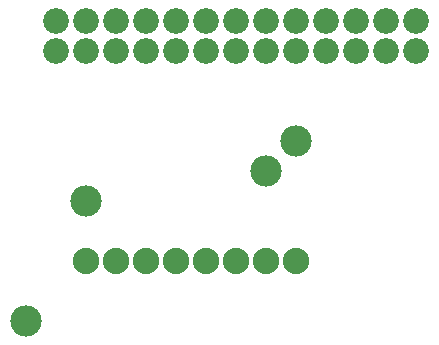
<source format=gts>
G04 MADE WITH FRITZING*
G04 WWW.FRITZING.ORG*
G04 DOUBLE SIDED*
G04 HOLES PLATED*
G04 CONTOUR ON CENTER OF CONTOUR VECTOR*
%ASAXBY*%
%FSLAX23Y23*%
%MOIN*%
%OFA0B0*%
%SFA1.0B1.0*%
%ADD10C,0.088000*%
%ADD11C,0.104488*%
%ADD12C,0.085361*%
%ADD13R,0.001000X0.001000*%
%LNMASK1*%
G90*
G70*
G54D10*
X1115Y678D03*
X1015Y678D03*
X915Y678D03*
X815Y678D03*
X715Y678D03*
X615Y678D03*
X515Y678D03*
X415Y678D03*
X1115Y678D03*
X1015Y678D03*
X915Y678D03*
X815Y678D03*
X715Y678D03*
X615Y678D03*
X515Y678D03*
X415Y678D03*
G54D11*
X1015Y978D03*
X215Y478D03*
X415Y878D03*
X1115Y1078D03*
G54D12*
X315Y1379D03*
X415Y1379D03*
X515Y1379D03*
X615Y1379D03*
X715Y1379D03*
X815Y1379D03*
X915Y1379D03*
X1015Y1379D03*
X1115Y1379D03*
X1215Y1379D03*
X1315Y1379D03*
X1415Y1379D03*
X1515Y1379D03*
X1515Y1478D03*
X1415Y1478D03*
X1315Y1478D03*
X1215Y1478D03*
X1115Y1478D03*
X1015Y1478D03*
X915Y1478D03*
X815Y1478D03*
X715Y1478D03*
X615Y1478D03*
X515Y1478D03*
X415Y1478D03*
X315Y1478D03*
G54D13*
D02*
G04 End of Mask1*
M02*
</source>
